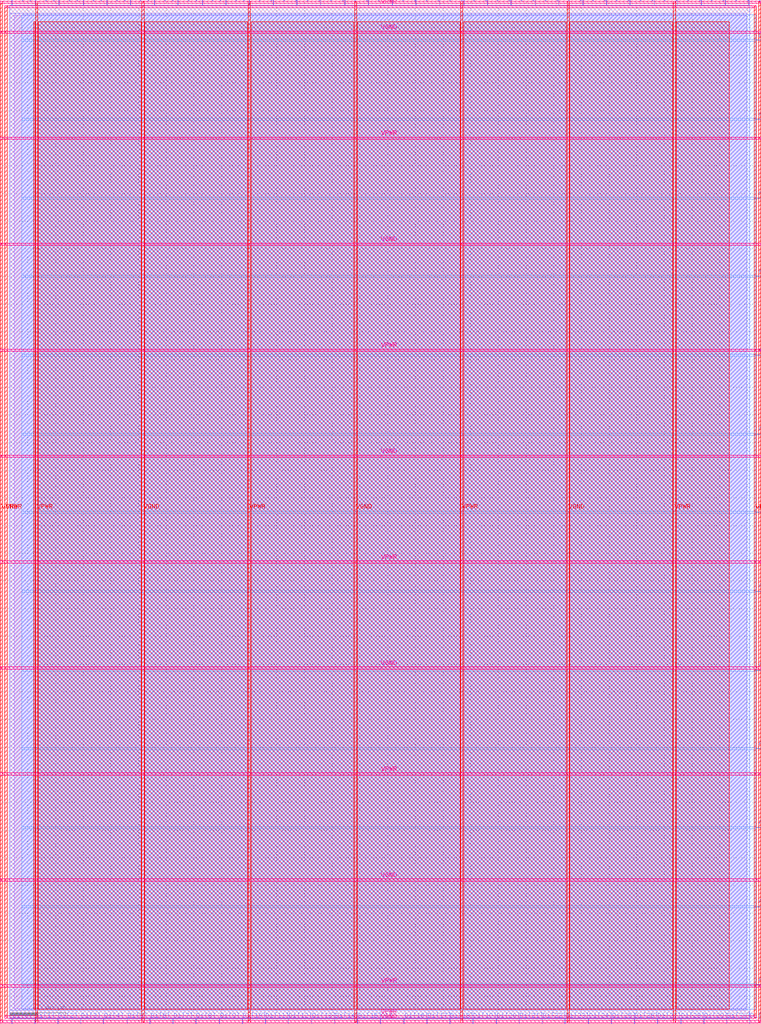
<source format=lef>
VERSION 5.7 ;
  NOWIREEXTENSIONATPIN ON ;
  DIVIDERCHAR "/" ;
  BUSBITCHARS "[]" ;
MACRO DFFRAM
  CLASS BLOCK ;
  FOREIGN DFFRAM ;
  ORIGIN 0.000 0.000 ;
  SIZE 550.000 BY 740.000 ;
  PIN A[0]
    DIRECTION INPUT ;
    USE SIGNAL ;
    PORT
      LAYER met3 ;
        RECT 546.000 27.920 550.000 28.520 ;
    END
  END A[0]
  PIN A[1]
    DIRECTION INPUT ;
    USE SIGNAL ;
    PORT
      LAYER met3 ;
        RECT 546.000 84.360 550.000 84.960 ;
    END
  END A[1]
  PIN A[2]
    DIRECTION INPUT ;
    USE SIGNAL ;
    PORT
      LAYER met3 ;
        RECT 546.000 141.480 550.000 142.080 ;
    END
  END A[2]
  PIN A[3]
    DIRECTION INPUT ;
    USE SIGNAL ;
    PORT
      LAYER met3 ;
        RECT 546.000 198.600 550.000 199.200 ;
    END
  END A[3]
  PIN A[4]
    DIRECTION INPUT ;
    USE SIGNAL ;
    PORT
      LAYER met3 ;
        RECT 546.000 255.040 550.000 255.640 ;
    END
  END A[4]
  PIN A[5]
    DIRECTION INPUT ;
    USE SIGNAL ;
    PORT
      LAYER met3 ;
        RECT 546.000 312.160 550.000 312.760 ;
    END
  END A[5]
  PIN A[6]
    DIRECTION INPUT ;
    USE SIGNAL ;
    PORT
      LAYER met3 ;
        RECT 546.000 369.280 550.000 369.880 ;
    END
  END A[6]
  PIN A[7]
    DIRECTION INPUT ;
    USE SIGNAL ;
    PORT
      LAYER met3 ;
        RECT 546.000 425.720 550.000 426.320 ;
    END
  END A[7]
  PIN CLK
    DIRECTION INPUT ;
    USE SIGNAL ;
    PORT
      LAYER met2 ;
        RECT 274.710 0.000 274.990 4.000 ;
    END
  END CLK
  PIN Di[0]
    DIRECTION INPUT ;
    USE SIGNAL ;
    PORT
      LAYER met2 ;
        RECT 8.370 0.000 8.650 4.000 ;
    END
  END Di[0]
  PIN Di[10]
    DIRECTION INPUT ;
    USE SIGNAL ;
    PORT
      LAYER met2 ;
        RECT 174.890 0.000 175.170 4.000 ;
    END
  END Di[10]
  PIN Di[11]
    DIRECTION INPUT ;
    USE SIGNAL ;
    PORT
      LAYER met2 ;
        RECT 191.450 0.000 191.730 4.000 ;
    END
  END Di[11]
  PIN Di[12]
    DIRECTION INPUT ;
    USE SIGNAL ;
    PORT
      LAYER met2 ;
        RECT 208.010 0.000 208.290 4.000 ;
    END
  END Di[12]
  PIN Di[13]
    DIRECTION INPUT ;
    USE SIGNAL ;
    PORT
      LAYER met2 ;
        RECT 225.030 0.000 225.310 4.000 ;
    END
  END Di[13]
  PIN Di[14]
    DIRECTION INPUT ;
    USE SIGNAL ;
    PORT
      LAYER met2 ;
        RECT 241.590 0.000 241.870 4.000 ;
    END
  END Di[14]
  PIN Di[15]
    DIRECTION INPUT ;
    USE SIGNAL ;
    PORT
      LAYER met2 ;
        RECT 258.150 0.000 258.430 4.000 ;
    END
  END Di[15]
  PIN Di[16]
    DIRECTION INPUT ;
    USE SIGNAL ;
    PORT
      LAYER met2 ;
        RECT 291.730 0.000 292.010 4.000 ;
    END
  END Di[16]
  PIN Di[17]
    DIRECTION INPUT ;
    USE SIGNAL ;
    PORT
      LAYER met2 ;
        RECT 308.290 0.000 308.570 4.000 ;
    END
  END Di[17]
  PIN Di[18]
    DIRECTION INPUT ;
    USE SIGNAL ;
    PORT
      LAYER met2 ;
        RECT 324.850 0.000 325.130 4.000 ;
    END
  END Di[18]
  PIN Di[19]
    DIRECTION INPUT ;
    USE SIGNAL ;
    PORT
      LAYER met2 ;
        RECT 341.410 0.000 341.690 4.000 ;
    END
  END Di[19]
  PIN Di[1]
    DIRECTION INPUT ;
    USE SIGNAL ;
    PORT
      LAYER met2 ;
        RECT 24.930 0.000 25.210 4.000 ;
    END
  END Di[1]
  PIN Di[20]
    DIRECTION INPUT ;
    USE SIGNAL ;
    PORT
      LAYER met2 ;
        RECT 358.430 0.000 358.710 4.000 ;
    END
  END Di[20]
  PIN Di[21]
    DIRECTION INPUT ;
    USE SIGNAL ;
    PORT
      LAYER met2 ;
        RECT 374.990 0.000 375.270 4.000 ;
    END
  END Di[21]
  PIN Di[22]
    DIRECTION INPUT ;
    USE SIGNAL ;
    PORT
      LAYER met2 ;
        RECT 391.550 0.000 391.830 4.000 ;
    END
  END Di[22]
  PIN Di[23]
    DIRECTION INPUT ;
    USE SIGNAL ;
    PORT
      LAYER met2 ;
        RECT 408.110 0.000 408.390 4.000 ;
    END
  END Di[23]
  PIN Di[24]
    DIRECTION INPUT ;
    USE SIGNAL ;
    PORT
      LAYER met2 ;
        RECT 425.130 0.000 425.410 4.000 ;
    END
  END Di[24]
  PIN Di[25]
    DIRECTION INPUT ;
    USE SIGNAL ;
    PORT
      LAYER met2 ;
        RECT 441.690 0.000 441.970 4.000 ;
    END
  END Di[25]
  PIN Di[26]
    DIRECTION INPUT ;
    USE SIGNAL ;
    PORT
      LAYER met2 ;
        RECT 458.250 0.000 458.530 4.000 ;
    END
  END Di[26]
  PIN Di[27]
    DIRECTION INPUT ;
    USE SIGNAL ;
    PORT
      LAYER met2 ;
        RECT 474.810 0.000 475.090 4.000 ;
    END
  END Di[27]
  PIN Di[28]
    DIRECTION INPUT ;
    USE SIGNAL ;
    PORT
      LAYER met2 ;
        RECT 491.830 0.000 492.110 4.000 ;
    END
  END Di[28]
  PIN Di[29]
    DIRECTION INPUT ;
    USE SIGNAL ;
    PORT
      LAYER met2 ;
        RECT 508.390 0.000 508.670 4.000 ;
    END
  END Di[29]
  PIN Di[2]
    DIRECTION INPUT ;
    USE SIGNAL ;
    PORT
      LAYER met2 ;
        RECT 41.490 0.000 41.770 4.000 ;
    END
  END Di[2]
  PIN Di[30]
    DIRECTION INPUT ;
    USE SIGNAL ;
    PORT
      LAYER met2 ;
        RECT 524.950 0.000 525.230 4.000 ;
    END
  END Di[30]
  PIN Di[31]
    DIRECTION INPUT ;
    USE SIGNAL ;
    PORT
      LAYER met2 ;
        RECT 541.510 0.000 541.790 4.000 ;
    END
  END Di[31]
  PIN Di[3]
    DIRECTION INPUT ;
    USE SIGNAL ;
    PORT
      LAYER met2 ;
        RECT 58.050 0.000 58.330 4.000 ;
    END
  END Di[3]
  PIN Di[4]
    DIRECTION INPUT ;
    USE SIGNAL ;
    PORT
      LAYER met2 ;
        RECT 74.610 0.000 74.890 4.000 ;
    END
  END Di[4]
  PIN Di[5]
    DIRECTION INPUT ;
    USE SIGNAL ;
    PORT
      LAYER met2 ;
        RECT 91.630 0.000 91.910 4.000 ;
    END
  END Di[5]
  PIN Di[6]
    DIRECTION INPUT ;
    USE SIGNAL ;
    PORT
      LAYER met2 ;
        RECT 108.190 0.000 108.470 4.000 ;
    END
  END Di[6]
  PIN Di[7]
    DIRECTION INPUT ;
    USE SIGNAL ;
    PORT
      LAYER met2 ;
        RECT 124.750 0.000 125.030 4.000 ;
    END
  END Di[7]
  PIN Di[8]
    DIRECTION INPUT ;
    USE SIGNAL ;
    PORT
      LAYER met2 ;
        RECT 141.310 0.000 141.590 4.000 ;
    END
  END Di[8]
  PIN Di[9]
    DIRECTION INPUT ;
    USE SIGNAL ;
    PORT
      LAYER met2 ;
        RECT 158.330 0.000 158.610 4.000 ;
    END
  END Di[9]
  PIN Do[0]
    DIRECTION OUTPUT TRISTATE ;
    USE SIGNAL ;
    PORT
      LAYER met2 ;
        RECT 8.370 736.000 8.650 740.000 ;
    END
  END Do[0]
  PIN Do[10]
    DIRECTION OUTPUT TRISTATE ;
    USE SIGNAL ;
    PORT
      LAYER met2 ;
        RECT 179.950 736.000 180.230 740.000 ;
    END
  END Do[10]
  PIN Do[11]
    DIRECTION OUTPUT TRISTATE ;
    USE SIGNAL ;
    PORT
      LAYER met2 ;
        RECT 197.430 736.000 197.710 740.000 ;
    END
  END Do[11]
  PIN Do[12]
    DIRECTION OUTPUT TRISTATE ;
    USE SIGNAL ;
    PORT
      LAYER met2 ;
        RECT 214.450 736.000 214.730 740.000 ;
    END
  END Do[12]
  PIN Do[13]
    DIRECTION OUTPUT TRISTATE ;
    USE SIGNAL ;
    PORT
      LAYER met2 ;
        RECT 231.470 736.000 231.750 740.000 ;
    END
  END Do[13]
  PIN Do[14]
    DIRECTION OUTPUT TRISTATE ;
    USE SIGNAL ;
    PORT
      LAYER met2 ;
        RECT 248.950 736.000 249.230 740.000 ;
    END
  END Do[14]
  PIN Do[15]
    DIRECTION OUTPUT TRISTATE ;
    USE SIGNAL ;
    PORT
      LAYER met2 ;
        RECT 265.970 736.000 266.250 740.000 ;
    END
  END Do[15]
  PIN Do[16]
    DIRECTION OUTPUT TRISTATE ;
    USE SIGNAL ;
    PORT
      LAYER met2 ;
        RECT 283.450 736.000 283.730 740.000 ;
    END
  END Do[16]
  PIN Do[17]
    DIRECTION OUTPUT TRISTATE ;
    USE SIGNAL ;
    PORT
      LAYER met2 ;
        RECT 300.470 736.000 300.750 740.000 ;
    END
  END Do[17]
  PIN Do[18]
    DIRECTION OUTPUT TRISTATE ;
    USE SIGNAL ;
    PORT
      LAYER met2 ;
        RECT 317.490 736.000 317.770 740.000 ;
    END
  END Do[18]
  PIN Do[19]
    DIRECTION OUTPUT TRISTATE ;
    USE SIGNAL ;
    PORT
      LAYER met2 ;
        RECT 334.970 736.000 335.250 740.000 ;
    END
  END Do[19]
  PIN Do[1]
    DIRECTION OUTPUT TRISTATE ;
    USE SIGNAL ;
    PORT
      LAYER met2 ;
        RECT 25.390 736.000 25.670 740.000 ;
    END
  END Do[1]
  PIN Do[20]
    DIRECTION OUTPUT TRISTATE ;
    USE SIGNAL ;
    PORT
      LAYER met2 ;
        RECT 351.990 736.000 352.270 740.000 ;
    END
  END Do[20]
  PIN Do[21]
    DIRECTION OUTPUT TRISTATE ;
    USE SIGNAL ;
    PORT
      LAYER met2 ;
        RECT 369.010 736.000 369.290 740.000 ;
    END
  END Do[21]
  PIN Do[22]
    DIRECTION OUTPUT TRISTATE ;
    USE SIGNAL ;
    PORT
      LAYER met2 ;
        RECT 386.490 736.000 386.770 740.000 ;
    END
  END Do[22]
  PIN Do[23]
    DIRECTION OUTPUT TRISTATE ;
    USE SIGNAL ;
    PORT
      LAYER met2 ;
        RECT 403.510 736.000 403.790 740.000 ;
    END
  END Do[23]
  PIN Do[24]
    DIRECTION OUTPUT TRISTATE ;
    USE SIGNAL ;
    PORT
      LAYER met2 ;
        RECT 420.990 736.000 421.270 740.000 ;
    END
  END Do[24]
  PIN Do[25]
    DIRECTION OUTPUT TRISTATE ;
    USE SIGNAL ;
    PORT
      LAYER met2 ;
        RECT 438.010 736.000 438.290 740.000 ;
    END
  END Do[25]
  PIN Do[26]
    DIRECTION OUTPUT TRISTATE ;
    USE SIGNAL ;
    PORT
      LAYER met2 ;
        RECT 455.030 736.000 455.310 740.000 ;
    END
  END Do[26]
  PIN Do[27]
    DIRECTION OUTPUT TRISTATE ;
    USE SIGNAL ;
    PORT
      LAYER met2 ;
        RECT 472.510 736.000 472.790 740.000 ;
    END
  END Do[27]
  PIN Do[28]
    DIRECTION OUTPUT TRISTATE ;
    USE SIGNAL ;
    PORT
      LAYER met2 ;
        RECT 489.530 736.000 489.810 740.000 ;
    END
  END Do[28]
  PIN Do[29]
    DIRECTION OUTPUT TRISTATE ;
    USE SIGNAL ;
    PORT
      LAYER met2 ;
        RECT 506.550 736.000 506.830 740.000 ;
    END
  END Do[29]
  PIN Do[2]
    DIRECTION OUTPUT TRISTATE ;
    USE SIGNAL ;
    PORT
      LAYER met2 ;
        RECT 42.410 736.000 42.690 740.000 ;
    END
  END Do[2]
  PIN Do[30]
    DIRECTION OUTPUT TRISTATE ;
    USE SIGNAL ;
    PORT
      LAYER met2 ;
        RECT 524.030 736.000 524.310 740.000 ;
    END
  END Do[30]
  PIN Do[31]
    DIRECTION OUTPUT TRISTATE ;
    USE SIGNAL ;
    PORT
      LAYER met2 ;
        RECT 541.050 736.000 541.330 740.000 ;
    END
  END Do[31]
  PIN Do[3]
    DIRECTION OUTPUT TRISTATE ;
    USE SIGNAL ;
    PORT
      LAYER met2 ;
        RECT 59.890 736.000 60.170 740.000 ;
    END
  END Do[3]
  PIN Do[4]
    DIRECTION OUTPUT TRISTATE ;
    USE SIGNAL ;
    PORT
      LAYER met2 ;
        RECT 76.910 736.000 77.190 740.000 ;
    END
  END Do[4]
  PIN Do[5]
    DIRECTION OUTPUT TRISTATE ;
    USE SIGNAL ;
    PORT
      LAYER met2 ;
        RECT 93.930 736.000 94.210 740.000 ;
    END
  END Do[5]
  PIN Do[6]
    DIRECTION OUTPUT TRISTATE ;
    USE SIGNAL ;
    PORT
      LAYER met2 ;
        RECT 111.410 736.000 111.690 740.000 ;
    END
  END Do[6]
  PIN Do[7]
    DIRECTION OUTPUT TRISTATE ;
    USE SIGNAL ;
    PORT
      LAYER met2 ;
        RECT 128.430 736.000 128.710 740.000 ;
    END
  END Do[7]
  PIN Do[8]
    DIRECTION OUTPUT TRISTATE ;
    USE SIGNAL ;
    PORT
      LAYER met2 ;
        RECT 145.910 736.000 146.190 740.000 ;
    END
  END Do[8]
  PIN Do[9]
    DIRECTION OUTPUT TRISTATE ;
    USE SIGNAL ;
    PORT
      LAYER met2 ;
        RECT 162.930 736.000 163.210 740.000 ;
    END
  END Do[9]
  PIN EN
    DIRECTION INPUT ;
    USE SIGNAL ;
    PORT
      LAYER met3 ;
        RECT 546.000 710.640 550.000 711.240 ;
    END
  END EN
  PIN VGND
    DIRECTION INPUT ;
    USE GROUND ;
    PORT
      LAYER met5 ;
        RECT 0.020 0.780 549.680 2.380 ;
    END
    PORT
      LAYER met5 ;
        RECT 0.020 103.080 549.680 104.680 ;
    END
    PORT
      LAYER met5 ;
        RECT 0.020 256.260 549.680 257.860 ;
    END
    PORT
      LAYER met5 ;
        RECT 0.020 409.440 549.680 411.040 ;
    END
    PORT
      LAYER met5 ;
        RECT 0.020 562.620 549.680 564.220 ;
    END
    PORT
      LAYER met5 ;
        RECT 0.020 715.800 549.680 717.400 ;
    END
    PORT
      LAYER met5 ;
        RECT 0.020 737.460 549.680 739.060 ;
    END
    PORT
      LAYER met4 ;
        RECT 0.020 0.780 1.620 739.060 ;
    END
    PORT
      LAYER met4 ;
        RECT 102.440 0.780 104.040 739.060 ;
    END
    PORT
      LAYER met4 ;
        RECT 256.040 0.780 257.640 739.060 ;
    END
    PORT
      LAYER met4 ;
        RECT 409.640 0.780 411.240 739.060 ;
    END
    PORT
      LAYER met4 ;
        RECT 548.080 0.780 549.680 739.060 ;
    END
  END VGND
  PIN VPWR
    DIRECTION INPUT ;
    USE POWER ;
    PORT
      LAYER met5 ;
        RECT 3.320 4.080 546.380 5.680 ;
    END
    PORT
      LAYER met5 ;
        RECT 0.020 26.490 549.680 28.090 ;
    END
    PORT
      LAYER met5 ;
        RECT 0.020 179.670 549.680 181.270 ;
    END
    PORT
      LAYER met5 ;
        RECT 0.020 332.850 549.680 334.450 ;
    END
    PORT
      LAYER met5 ;
        RECT 0.020 486.030 549.680 487.630 ;
    END
    PORT
      LAYER met5 ;
        RECT 0.020 639.210 549.680 640.810 ;
    END
    PORT
      LAYER met5 ;
        RECT 3.320 734.160 546.380 735.760 ;
    END
    PORT
      LAYER met4 ;
        RECT 3.320 4.080 4.920 735.760 ;
    END
    PORT
      LAYER met4 ;
        RECT 544.780 4.080 546.380 735.760 ;
    END
    PORT
      LAYER met4 ;
        RECT 25.640 0.780 27.240 739.060 ;
    END
    PORT
      LAYER met4 ;
        RECT 179.240 0.780 180.840 739.060 ;
    END
    PORT
      LAYER met4 ;
        RECT 332.840 0.780 334.440 739.060 ;
    END
    PORT
      LAYER met4 ;
        RECT 486.440 0.780 488.040 739.060 ;
    END
  END VPWR
  PIN WE[0]
    DIRECTION INPUT ;
    USE SIGNAL ;
    PORT
      LAYER met3 ;
        RECT 546.000 482.840 550.000 483.440 ;
    END
  END WE[0]
  PIN WE[1]
    DIRECTION INPUT ;
    USE SIGNAL ;
    PORT
      LAYER met3 ;
        RECT 546.000 539.960 550.000 540.560 ;
    END
  END WE[1]
  PIN WE[2]
    DIRECTION INPUT ;
    USE SIGNAL ;
    PORT
      LAYER met3 ;
        RECT 546.000 596.400 550.000 597.000 ;
    END
  END WE[2]
  PIN WE[3]
    DIRECTION INPUT ;
    USE SIGNAL ;
    PORT
      LAYER met3 ;
        RECT 546.000 653.520 550.000 654.120 ;
    END
  END WE[3]
  OBS
      LAYER li1 ;
        RECT 10.120 10.795 539.580 729.045 ;
      LAYER met1 ;
        RECT 6.970 9.900 539.580 730.280 ;
      LAYER met2 ;
        RECT 7.000 735.720 8.090 736.170 ;
        RECT 8.930 735.720 25.110 736.170 ;
        RECT 25.950 735.720 42.130 736.170 ;
        RECT 42.970 735.720 59.610 736.170 ;
        RECT 60.450 735.720 76.630 736.170 ;
        RECT 77.470 735.720 93.650 736.170 ;
        RECT 94.490 735.720 111.130 736.170 ;
        RECT 111.970 735.720 128.150 736.170 ;
        RECT 128.990 735.720 145.630 736.170 ;
        RECT 146.470 735.720 162.650 736.170 ;
        RECT 163.490 735.720 179.670 736.170 ;
        RECT 180.510 735.720 197.150 736.170 ;
        RECT 197.990 735.720 214.170 736.170 ;
        RECT 215.010 735.720 231.190 736.170 ;
        RECT 232.030 735.720 248.670 736.170 ;
        RECT 249.510 735.720 265.690 736.170 ;
        RECT 266.530 735.720 283.170 736.170 ;
        RECT 284.010 735.720 300.190 736.170 ;
        RECT 301.030 735.720 317.210 736.170 ;
        RECT 318.050 735.720 334.690 736.170 ;
        RECT 335.530 735.720 351.710 736.170 ;
        RECT 352.550 735.720 368.730 736.170 ;
        RECT 369.570 735.720 386.210 736.170 ;
        RECT 387.050 735.720 403.230 736.170 ;
        RECT 404.070 735.720 420.710 736.170 ;
        RECT 421.550 735.720 437.730 736.170 ;
        RECT 438.570 735.720 454.750 736.170 ;
        RECT 455.590 735.720 472.230 736.170 ;
        RECT 473.070 735.720 489.250 736.170 ;
        RECT 490.090 735.720 506.270 736.170 ;
        RECT 507.110 735.720 523.750 736.170 ;
        RECT 524.590 735.720 540.770 736.170 ;
        RECT 541.610 735.720 541.790 736.170 ;
        RECT 7.000 4.280 541.790 735.720 ;
        RECT 7.000 3.670 8.090 4.280 ;
        RECT 8.930 3.670 24.650 4.280 ;
        RECT 25.490 3.670 41.210 4.280 ;
        RECT 42.050 3.670 57.770 4.280 ;
        RECT 58.610 3.670 74.330 4.280 ;
        RECT 75.170 3.670 91.350 4.280 ;
        RECT 92.190 3.670 107.910 4.280 ;
        RECT 108.750 3.670 124.470 4.280 ;
        RECT 125.310 3.670 141.030 4.280 ;
        RECT 141.870 3.670 158.050 4.280 ;
        RECT 158.890 3.670 174.610 4.280 ;
        RECT 175.450 3.670 191.170 4.280 ;
        RECT 192.010 3.670 207.730 4.280 ;
        RECT 208.570 3.670 224.750 4.280 ;
        RECT 225.590 3.670 241.310 4.280 ;
        RECT 242.150 3.670 257.870 4.280 ;
        RECT 258.710 3.670 274.430 4.280 ;
        RECT 275.270 3.670 291.450 4.280 ;
        RECT 292.290 3.670 308.010 4.280 ;
        RECT 308.850 3.670 324.570 4.280 ;
        RECT 325.410 3.670 341.130 4.280 ;
        RECT 341.970 3.670 358.150 4.280 ;
        RECT 358.990 3.670 374.710 4.280 ;
        RECT 375.550 3.670 391.270 4.280 ;
        RECT 392.110 3.670 407.830 4.280 ;
        RECT 408.670 3.670 424.850 4.280 ;
        RECT 425.690 3.670 441.410 4.280 ;
        RECT 442.250 3.670 457.970 4.280 ;
        RECT 458.810 3.670 474.530 4.280 ;
        RECT 475.370 3.670 491.550 4.280 ;
        RECT 492.390 3.670 508.110 4.280 ;
        RECT 508.950 3.670 524.670 4.280 ;
        RECT 525.510 3.670 541.230 4.280 ;
      LAYER met3 ;
        RECT 15.705 711.640 546.000 729.125 ;
        RECT 15.705 710.240 545.600 711.640 ;
        RECT 15.705 654.520 546.000 710.240 ;
        RECT 15.705 653.120 545.600 654.520 ;
        RECT 15.705 597.400 546.000 653.120 ;
        RECT 15.705 596.000 545.600 597.400 ;
        RECT 15.705 540.960 546.000 596.000 ;
        RECT 15.705 539.560 545.600 540.960 ;
        RECT 15.705 483.840 546.000 539.560 ;
        RECT 15.705 482.440 545.600 483.840 ;
        RECT 15.705 426.720 546.000 482.440 ;
        RECT 15.705 425.320 545.600 426.720 ;
        RECT 15.705 370.280 546.000 425.320 ;
        RECT 15.705 368.880 545.600 370.280 ;
        RECT 15.705 313.160 546.000 368.880 ;
        RECT 15.705 311.760 545.600 313.160 ;
        RECT 15.705 256.040 546.000 311.760 ;
        RECT 15.705 254.640 545.600 256.040 ;
        RECT 15.705 199.600 546.000 254.640 ;
        RECT 15.705 198.200 545.600 199.600 ;
        RECT 15.705 142.480 546.000 198.200 ;
        RECT 15.705 141.080 545.600 142.480 ;
        RECT 15.705 85.360 546.000 141.080 ;
        RECT 15.705 83.960 545.600 85.360 ;
        RECT 15.705 28.920 546.000 83.960 ;
        RECT 15.705 27.520 545.600 28.920 ;
        RECT 15.705 10.375 546.000 27.520 ;
      LAYER met4 ;
        RECT 24.215 10.375 25.240 724.025 ;
        RECT 27.640 10.375 102.040 724.025 ;
        RECT 104.440 10.375 178.840 724.025 ;
        RECT 181.240 10.375 255.640 724.025 ;
        RECT 258.040 10.375 332.440 724.025 ;
        RECT 334.840 10.375 409.240 724.025 ;
        RECT 411.640 10.375 486.040 724.025 ;
        RECT 488.440 10.375 526.865 724.025 ;
  END
END DFFRAM
END LIBRARY


</source>
